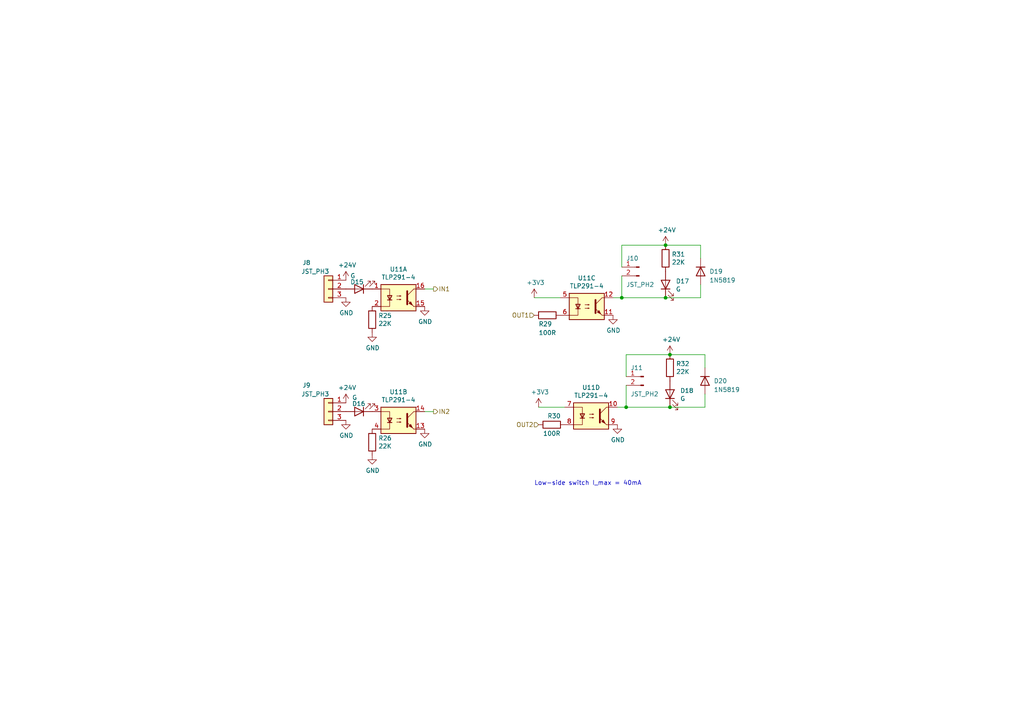
<source format=kicad_sch>
(kicad_sch (version 20211123) (generator eeschema)
  (paper "A4")
  (lib_symbols
    (symbol "AbsoluteEncoderBoard-cache:+3.3V" (power) (pin_names (offset 0))
      (property "Value" "+3.3V" (at 0 3.556 0))
      (symbol "+3.3V_0_1"
        (polyline (pts (xy -0.762 1.27) (xy 0 2.54)))
        (polyline (pts (xy 0 0) (xy 0 2.54)))
        (polyline (pts (xy 0 2.54) (xy 0.762 1.27)))
      )
      (symbol "+3.3V_1_1"
        (pin power_in line (at 0 0 90) (length 0) hide (name "+3V3") (number "1"))
      )
    )
    (symbol "Connector:Conn_01x02_Male" (pin_names (offset 1.016) hide)
      (property "Reference" "J" (at 0 2.54 0))
      (property "Value" "Conn_01x02_Male" (at 0 -5.08 0))
      (symbol "Conn_01x02_Male_1_1"
        (polyline (pts (xy 1.27 -2.54) (xy 0.8636 -2.54)) (stroke (width 0.1524)))
        (polyline (pts (xy 1.27 0) (xy 0.8636 0)) (stroke (width 0.1524)))
        (rectangle (start 0.8636 -2.413) (end 0 -2.667) (stroke (width 0.1524)) (fill (type outline)))
        (rectangle (start 0.8636 0.127) (end 0 -0.127) (stroke (width 0.1524)) (fill (type outline)))
        (pin passive line (at 5.08 0 180) (length 3.81) (name "Pin_1") (number "1"))
        (pin passive line (at 5.08 -2.54 180) (length 3.81) (name "Pin_2") (number "2"))
      )
    )
    (symbol "Connector_Generic:Conn_01x03" (pin_names (offset 1.016) hide)
      (property "Reference" "J" (at 0 5.08 0))
      (property "Value" "Conn_01x03" (at 0 -5.08 0))
      (symbol "Conn_01x03_1_1"
        (rectangle (start -1.27 -2.413) (end 0 -2.667) (stroke (width 0.1524)))
        (rectangle (start -1.27 0.127) (end 0 -0.127) (stroke (width 0.1524)))
        (rectangle (start -1.27 2.667) (end 0 2.413) (stroke (width 0.1524)))
        (rectangle (start -1.27 3.81) (end 1.27 -3.81) (stroke (width 0.254)) (fill (type background)))
        (pin passive line (at -5.08 2.54 0) (length 3.81) (name "Pin_1") (number "1"))
        (pin passive line (at -5.08 0 0) (length 3.81) (name "Pin_2") (number "2"))
        (pin passive line (at -5.08 -2.54 0) (length 3.81) (name "Pin_3") (number "3"))
      )
    )
    (symbol "Device:LED" (pin_numbers hide) (pin_names (offset 1.016) hide)
      (property "Reference" "D" (at 0 2.54 0))
      (property "Value" "LED" (at 0 -2.54 0))
      (symbol "LED_0_1"
        (polyline (pts (xy -1.27 -1.27) (xy -1.27 1.27)) (stroke (width 0.254)))
        (polyline (pts (xy -1.27 0) (xy 1.27 0)))
        (polyline (pts (xy 1.27 -1.27) (xy 1.27 1.27) (xy -1.27 0) (xy 1.27 -1.27)) (stroke (width 0.254)))
        (polyline (pts (xy -3.048 -0.762) (xy -4.572 -2.286) (xy -3.81 -2.286) (xy -4.572 -2.286) (xy -4.572 -1.524)))
        (polyline (pts (xy -1.778 -0.762) (xy -3.302 -2.286) (xy -2.54 -2.286) (xy -3.302 -2.286) (xy -3.302 -1.524)))
      )
      (symbol "LED_1_1"
        (pin passive line (at -3.81 0 0) (length 2.54) (name "K") (number "1"))
        (pin passive line (at 3.81 0 180) (length 2.54) (name "A") (number "2"))
      )
    )
    (symbol "Device:R" (pin_numbers hide) (pin_names (offset 0))
      (property "Reference" "R" (at 2.032 0 90))
      (property "Value" "R" (at 0 0 90))
      (symbol "R_0_1"
        (rectangle (start -1.016 -2.54) (end 1.016 2.54) (stroke (width 0.254)))
      )
      (symbol "R_1_1"
        (pin passive line (at 0 3.81 270) (length 1.27) (name "~") (number "1"))
        (pin passive line (at 0 -3.81 90) (length 1.27) (name "~") (number "2"))
      )
    )
    (symbol "Diode:1N4148WS" (pin_numbers hide) (pin_names (offset 1.016) hide)
      (property "Reference" "D" (at 0 2.54 0))
      (property "Value" "1N4148WS" (at 0 -2.54 0))
      (symbol "1N4148WS_0_1"
        (polyline (pts (xy -1.27 1.27) (xy -1.27 -1.27)) (stroke (width 0.254)))
        (polyline (pts (xy 1.27 0) (xy -1.27 0)))
        (polyline (pts (xy 1.27 1.27) (xy 1.27 -1.27) (xy -1.27 0) (xy 1.27 1.27)) (stroke (width 0.254)))
      )
      (symbol "1N4148WS_1_1"
        (pin passive line (at -3.81 0 0) (length 2.54) (name "K") (number "1"))
        (pin passive line (at 3.81 0 180) (length 2.54) (name "A") (number "2"))
      )
    )
    (symbol "Isolator:TLP291-4"
      (property "Reference" "U" (at -5.08 5.08 0))
      (property "Value" "TLP291-4" (at 0 5.08 0))
      (symbol "TLP291-4_0_1"
        (rectangle (start -5.08 3.81) (end 5.08 -3.81) (stroke (width 0.254)) (fill (type background)))
        (polyline (pts (xy -3.175 -0.635) (xy -1.905 -0.635)) (stroke (width 0.254)))
        (polyline (pts (xy 2.54 0.635) (xy 4.445 2.54)))
        (polyline (pts (xy 4.445 -2.54) (xy 2.54 -0.635)) (fill (type outline)))
        (polyline (pts (xy 4.445 -2.54) (xy 5.08 -2.54)))
        (polyline (pts (xy 4.445 2.54) (xy 5.08 2.54)))
        (polyline (pts (xy -5.08 2.54) (xy -2.54 2.54) (xy -2.54 0.635)))
        (polyline (pts (xy -2.54 0.635) (xy -2.54 -2.54) (xy -5.08 -2.54)))
        (polyline (pts (xy 2.54 1.905) (xy 2.54 -1.905) (xy 2.54 -1.905)) (stroke (width 0.508)))
        (polyline (pts (xy -2.54 -0.635) (xy -3.175 0.635) (xy -1.905 0.635) (xy -2.54 -0.635)) (stroke (width 0.254)))
        (polyline (pts (xy -0.508 -0.508) (xy 0.762 -0.508) (xy 0.381 -0.635) (xy 0.381 -0.381) (xy 0.762 -0.508)))
        (polyline (pts (xy -0.508 0.508) (xy 0.762 0.508) (xy 0.381 0.381) (xy 0.381 0.635) (xy 0.762 0.508)))
        (polyline (pts (xy 3.048 -1.651) (xy 3.556 -1.143) (xy 4.064 -2.159) (xy 3.048 -1.651) (xy 3.048 -1.651)) (fill (type outline)))
      )
      (symbol "TLP291-4_1_1"
        (pin passive line (at -7.62 2.54 0) (length 2.54) (name "~") (number "1"))
        (pin passive line (at 7.62 -2.54 180) (length 2.54) (name "~") (number "15"))
        (pin passive line (at 7.62 2.54 180) (length 2.54) (name "~") (number "16"))
        (pin passive line (at -7.62 -2.54 0) (length 2.54) (name "~") (number "2"))
      )
      (symbol "TLP291-4_2_1"
        (pin passive line (at 7.62 -2.54 180) (length 2.54) (name "~") (number "13"))
        (pin passive line (at 7.62 2.54 180) (length 2.54) (name "~") (number "14"))
        (pin passive line (at -7.62 2.54 0) (length 2.54) (name "~") (number "3"))
        (pin passive line (at -7.62 -2.54 0) (length 2.54) (name "~") (number "4"))
      )
      (symbol "TLP291-4_3_1"
        (pin passive line (at 7.62 -2.54 180) (length 2.54) (name "~") (number "11"))
        (pin passive line (at 7.62 2.54 180) (length 2.54) (name "~") (number "12"))
        (pin passive line (at -7.62 2.54 0) (length 2.54) (name "~") (number "5"))
        (pin passive line (at -7.62 -2.54 0) (length 2.54) (name "~") (number "6"))
      )
      (symbol "TLP291-4_4_1"
        (pin passive line (at 7.62 2.54 180) (length 2.54) (name "~") (number "10"))
        (pin passive line (at -7.62 2.54 0) (length 2.54) (name "~") (number "7"))
        (pin passive line (at -7.62 -2.54 0) (length 2.54) (name "~") (number "8"))
        (pin passive line (at 7.62 -2.54 180) (length 2.54) (name "~") (number "9"))
      )
    )
    (symbol "power:+24V" (power) (pin_names (offset 0))
      (property "Value" "+24V" (at 0 3.556 0))
      (symbol "+24V_0_1"
        (polyline (pts (xy -0.762 1.27) (xy 0 2.54)))
        (polyline (pts (xy 0 0) (xy 0 2.54)))
        (polyline (pts (xy 0 2.54) (xy 0.762 1.27)))
      )
      (symbol "+24V_1_1"
        (pin power_in line (at 0 0 90) (length 0) hide (name "+24V") (number "1"))
      )
    )
    (symbol "power:GND" (power) (pin_names (offset 0))
      (property "Value" "GND" (at 0 -3.81 0))
      (symbol "GND_0_1"
        (polyline (pts (xy 0 0) (xy 0 -1.27) (xy 1.27 -1.27) (xy 0 -2.54) (xy -1.27 -1.27) (xy 0 -1.27)))
      )
      (symbol "GND_1_1"
        (pin power_in line (at 0 0 270) (length 0) hide (name "GND") (number "1"))
      )
    )
  )
  (junction (at 194.31 102.87))
  (junction (at 193.04 71.12))
  (junction (at 180.34 86.36))
  (junction (at 181.61 118.11))
  (junction (at 193.04 86.36))
  (junction (at 194.31 118.11))
  (wire (pts (xy 179.07 118.11) (xy 181.61 118.11)))
  (wire (pts (xy 204.47 118.11) (xy 204.47 114.3)))
  (wire (pts (xy 181.61 102.87) (xy 194.31 102.87)))
  (wire (pts (xy 204.47 106.68) (xy 204.47 102.87)))
  (wire (pts (xy 177.8 86.36) (xy 180.34 86.36)))
  (wire (pts (xy 180.34 71.12) (xy 180.34 77.47)))
  (wire (pts (xy 203.2 86.36) (xy 203.2 82.55)))
  (wire (pts (xy 193.04 86.36) (xy 180.34 86.36)))
  (wire (pts (xy 154.94 86.36) (xy 162.56 86.36)))
  (wire (pts (xy 194.31 118.11) (xy 204.47 118.11)))
  (wire (pts (xy 193.04 86.36) (xy 203.2 86.36)))
  (wire (pts (xy 156.21 118.11) (xy 163.83 118.11)))
  (wire (pts (xy 181.61 118.11) (xy 181.61 111.76)))
  (wire (pts (xy 194.31 118.11) (xy 181.61 118.11)))
  (wire (pts (xy 203.2 74.93) (xy 203.2 71.12)))
  (wire (pts (xy 180.34 86.36) (xy 180.34 80.01)))
  (wire (pts (xy 204.47 102.87) (xy 194.31 102.87)))
  (wire (pts (xy 203.2 71.12) (xy 193.04 71.12)))
  (wire (pts (xy 180.34 71.12) (xy 193.04 71.12)))
  (wire (pts (xy 181.61 102.87) (xy 181.61 109.22)))
  (wire (pts (xy 123.19 119.38) (xy 125.73 119.38)))
  (wire (pts (xy 123.19 83.82) (xy 125.73 83.82)))
  (text "Low-side switch I_max = 40mA" (at 154.94 140.97 0) (effects (font (size 1.27 1.27)) (justify left bottom)))
  (hierarchical_label "IN1" (shape output) (at 125.73 83.82 0))
  (hierarchical_label "OUT1" (shape input) (at 154.94 91.44 180))
  (hierarchical_label "IN2" (shape output) (at 125.73 119.38 0))
  (hierarchical_label "OUT2" (shape input) (at 156.21 123.19 180))
  (symbol (lib_id "Isolator:TLP291-4") (at 115.57 86.36 0) (unit 1)
    (property "Reference" "U11" (at 115.57 78.105 0))
    (property "Value" "TLP291-4" (at 115.57 80.4164 0))
    (property "Footprint" "Package_SO:SOIC-16_4.55x10.3mm_P1.27mm" (effects hide))
    (property "Datasheet" "https://toshiba.semicon-storage.com/info/docget.jsp?did=12858&prodName=TLP291-4" (effects hide))
  )
  (symbol (lib_id "Connector_Generic:Conn_01x03") (at 95.25 83.82 0) (mirror y)
    (property "Reference" "J8" (at 88.9 76.2 0))
    (property "Value" "JST_PH3" (at 91.44 78.74 0))
    (property "Footprint" "Connector_JST:JST_PH_B3B-PH-K_1x03_P2.00mm_Vertical" (effects hide))
  )
  (symbol (lib_id "Isolator:TLP291-4") (at 171.45 120.65 0) (unit 4)
    (property "Reference" "U11" (at 171.45 112.395 0))
    (property "Value" "TLP291-4" (at 171.45 114.7064 0))
    (property "Footprint" "Package_SO:SOIC-16_4.55x10.3mm_P1.27mm" (effects hide))
    (property "Datasheet" "https://toshiba.semicon-storage.com/info/docget.jsp?did=12858&prodName=TLP291-4" (effects hide))
  )
  (symbol (lib_id "Connector:Conn_01x02_Male") (at 186.69 109.22 0) (mirror y)
    (property "Reference" "J11" (at 182.88 106.68 0) (effects (justify right)))
    (property "Value" "JST_PH2" (at 182.88 114.3 0) (effects (justify right)))
    (property "Footprint" "Connector_JST:JST_PH_B2B-PH-K_1x02_P2.00mm_Vertical" (effects hide))
  )
  (symbol (lib_id "Diode:1N4148WS") (at 204.47 110.49 270) (unit 1)
    (property "Reference" "D20" (at 207.01 110.49 90) (effects (justify left)))
    (property "Value" "1N5819" (at 207.01 113.03 90) (effects (justify left)))
    (property "Footprint" "Diode_SMD:D_SOD-323_HandSoldering" (effects hide))
    (property "Datasheet" "https://www.vishay.com/docs/85751/1n4148ws.pdf" (effects hide))
  )
  (symbol (lib_id "power:GND") (at 179.07 123.19 0) (unit 1)
    (property "Reference" "#PWR096" (effects hide))
    (property "Value" "GND" (at 179.197 127.5842 0))
  )
  (symbol (lib_id "Device:R") (at 107.95 92.71 0) (unit 1)
    (property "Reference" "R25" (at 109.728 91.5416 0) (effects (justify left)))
    (property "Value" "22K" (at 109.728 93.853 0) (effects (justify left)))
    (property "Footprint" "Resistor_SMD:R_0603_1608Metric" (effects hide))
  )
  (symbol (lib_id "Device:R") (at 160.02 123.19 270) (unit 1)
    (property "Reference" "R30" (at 158.75 120.65 90) (effects (justify left)))
    (property "Value" "100R" (at 157.48 125.73 90) (effects (justify left)))
    (property "Footprint" "Resistor_SMD:R_0603_1608Metric" (effects hide))
  )
  (symbol (lib_id "power:GND") (at 107.95 96.52 0) (unit 1)
    (property "Reference" "#PWR087" (effects hide))
    (property "Value" "GND" (at 108.077 100.9142 0))
  )
  (symbol (lib_id "power:GND") (at 100.33 86.36 0) (unit 1)
    (property "Reference" "#PWR084" (effects hide))
    (property "Value" "GND" (at 100.457 90.7542 0))
  )
  (symbol (lib_id "power:GND") (at 123.19 88.9 0) (unit 1)
    (property "Reference" "#PWR089" (effects hide))
    (property "Value" "GND" (at 123.317 93.2942 0))
  )
  (symbol (lib_id "power:+24V") (at 100.33 81.28 0) (unit 1)
    (property "Reference" "#PWR083" (effects hide))
    (property "Value" "+24V" (at 100.711 76.8858 0))
  )
  (symbol (lib_id "Device:LED") (at 104.14 83.82 180)
    (property "Reference" "D15" (at 101.6 81.788 0) (effects (justify right)))
    (property "Value" "G" (at 101.6 80.01 0) (effects (justify right)))
    (property "Footprint" "LED_SMD:LED_0805_2012Metric_Pad1.15x1.40mm_HandSolder" (effects hide))
  )
  (symbol (lib_id "Isolator:TLP291-4") (at 115.57 121.92 0) (unit 2)
    (property "Reference" "U11" (at 115.57 113.665 0))
    (property "Value" "TLP291-4" (at 115.57 115.9764 0))
    (property "Footprint" "Package_SO:SOIC-16_4.55x10.3mm_P1.27mm" (effects hide))
    (property "Datasheet" "https://toshiba.semicon-storage.com/info/docget.jsp?did=12858&prodName=TLP291-4" (effects hide))
  )
  (symbol (lib_id "Connector_Generic:Conn_01x03") (at 95.25 119.38 0) (mirror y)
    (property "Reference" "J9" (at 88.9 111.76 0))
    (property "Value" "JST_PH3" (at 91.44 114.3 0))
    (property "Footprint" "Connector_JST:JST_PH_B3B-PH-K_1x03_P2.00mm_Vertical" (effects hide))
  )
  (symbol (lib_id "Device:R") (at 107.95 128.27 0) (unit 1)
    (property "Reference" "R26" (at 109.728 127.1016 0) (effects (justify left)))
    (property "Value" "22K" (at 109.728 129.413 0) (effects (justify left)))
    (property "Footprint" "Resistor_SMD:R_0603_1608Metric" (effects hide))
  )
  (symbol (lib_id "power:GND") (at 107.95 132.08 0) (unit 1)
    (property "Reference" "#PWR088" (effects hide))
    (property "Value" "GND" (at 108.077 136.4742 0))
  )
  (symbol (lib_id "power:GND") (at 100.33 121.92 0) (unit 1)
    (property "Reference" "#PWR086" (effects hide))
    (property "Value" "GND" (at 100.457 126.3142 0))
  )
  (symbol (lib_id "power:GND") (at 123.19 124.46 0) (unit 1)
    (property "Reference" "#PWR090" (effects hide))
    (property "Value" "GND" (at 123.317 128.8542 0))
  )
  (symbol (lib_id "power:+24V") (at 100.33 116.84 0) (unit 1)
    (property "Reference" "#PWR085" (effects hide))
    (property "Value" "+24V" (at 100.711 112.4458 0))
  )
  (symbol (lib_id "Device:LED") (at 104.14 119.38 180)
    (property "Reference" "D16" (at 102.108 117.094 0) (effects (justify right)))
    (property "Value" "G" (at 102.108 115.316 0) (effects (justify right)))
    (property "Footprint" "LED_SMD:LED_0805_2012Metric_Pad1.15x1.40mm_HandSolder" (effects hide))
  )
  (symbol (lib_id "Device:R") (at 194.31 106.68 0) (unit 1)
    (property "Reference" "R32" (at 196.088 105.5116 0) (effects (justify left)))
    (property "Value" "22K" (at 196.088 107.823 0) (effects (justify left)))
    (property "Footprint" "Resistor_SMD:R_0603_1608Metric" (effects hide))
  )
  (symbol (lib_id "Device:LED") (at 194.31 114.3 90)
    (property "Reference" "D18" (at 197.2818 113.3094 90) (effects (justify right)))
    (property "Value" "G" (at 197.2818 115.6208 90) (effects (justify right)))
    (property "Footprint" "LED_SMD:LED_0805_2012Metric_Pad1.15x1.40mm_HandSolder" (effects hide))
  )
  (symbol (lib_id "Isolator:TLP291-4") (at 170.18 88.9 0) (unit 3)
    (property "Reference" "U11" (at 170.18 80.645 0))
    (property "Value" "TLP291-4" (at 170.18 82.9564 0))
    (property "Footprint" "Package_SO:SOIC-16_4.55x10.3mm_P1.27mm" (effects hide))
    (property "Datasheet" "https://toshiba.semicon-storage.com/info/docget.jsp?did=12858&prodName=TLP291-4" (effects hide))
  )
  (symbol (lib_id "Connector:Conn_01x02_Male") (at 185.42 77.47 0) (mirror y)
    (property "Reference" "J10" (at 181.61 74.93 0) (effects (justify right)))
    (property "Value" "JST_PH2" (at 181.61 82.55 0) (effects (justify right)))
    (property "Footprint" "Connector_JST:JST_PH_B2B-PH-K_1x02_P2.00mm_Vertical" (effects hide))
  )
  (symbol (lib_id "Diode:1N4148WS") (at 203.2 78.74 270) (unit 1)
    (property "Reference" "D19" (at 205.74 78.74 90) (effects (justify left)))
    (property "Value" "1N5819" (at 205.74 81.28 90) (effects (justify left)))
    (property "Footprint" "Diode_SMD:D_SOD-323_HandSoldering" (effects hide))
    (property "Datasheet" "https://www.vishay.com/docs/85751/1n4148ws.pdf" (effects hide))
  )
  (symbol (lib_id "power:GND") (at 177.8 91.44 0) (unit 1)
    (property "Reference" "#PWR095" (effects hide))
    (property "Value" "GND" (at 177.927 95.8342 0))
  )
  (symbol (lib_id "Device:R") (at 158.75 91.44 270) (unit 1)
    (property "Reference" "R29" (at 156.21 93.98 90) (effects (justify left)))
    (property "Value" "100R" (at 156.21 96.52 90) (effects (justify left)))
    (property "Footprint" "Resistor_SMD:R_0603_1608Metric" (effects hide))
  )
  (symbol (lib_id "Device:R") (at 193.04 74.93 0) (unit 1)
    (property "Reference" "R31" (at 194.818 73.7616 0) (effects (justify left)))
    (property "Value" "22K" (at 194.818 76.073 0) (effects (justify left)))
    (property "Footprint" "Resistor_SMD:R_0603_1608Metric" (effects hide))
  )
  (symbol (lib_id "Device:LED") (at 193.04 82.55 90)
    (property "Reference" "D17" (at 196.0118 81.5594 90) (effects (justify right)))
    (property "Value" "G" (at 196.0118 83.8708 90) (effects (justify right)))
    (property "Footprint" "LED_SMD:LED_0805_2012Metric_Pad1.15x1.40mm_HandSolder" (effects hide))
  )
  (symbol (lib_id "power:+24V") (at 194.31 102.87 0) (unit 1)
    (property "Reference" "#PWR098" (effects hide))
    (property "Value" "+24V" (at 194.691 98.4758 0))
  )
  (symbol (lib_id "power:+24V") (at 193.04 71.12 0) (unit 1)
    (property "Reference" "#PWR097" (effects hide))
    (property "Value" "+24V" (at 193.421 66.7258 0))
  )
  (symbol (lib_id "AbsoluteEncoderBoard-cache:+3.3V") (at 154.94 86.36 0) (unit 1)
    (property "Reference" "#PWR093" (effects hide))
    (property "Value" "+3.3V" (at 155.321 81.9658 0))
  )
  (symbol (lib_id "AbsoluteEncoderBoard-cache:+3.3V") (at 156.21 118.11 0) (unit 1)
    (property "Reference" "#PWR094" (effects hide))
    (property "Value" "+3.3V" (at 156.591 113.7158 0))
  )
)
</source>
